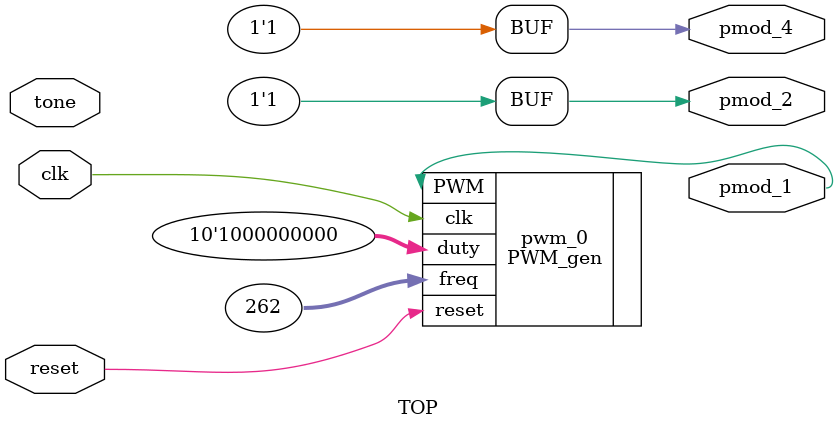
<source format=v>

module TOP (
    input clk,
    input reset,
    input [15:0] tone, //piano keys
	output pmod_1,	//AIN
	output pmod_2,	//GAIN
	output pmod_4	//SHUTDOWN_N
);
	
wire [31:0] freq;
assign pmod_2 = 1'd1;	//no gain(6dB)
assign pmod_4 = 1'd1;	//turn-on

PWM_gen pwm_0 ( 
	.clk(clk), 
	.reset(reset), 
	.freq(32'd262),
	.duty(10'd512), 
	.PWM(pmod_1)
);

endmodule
</source>
